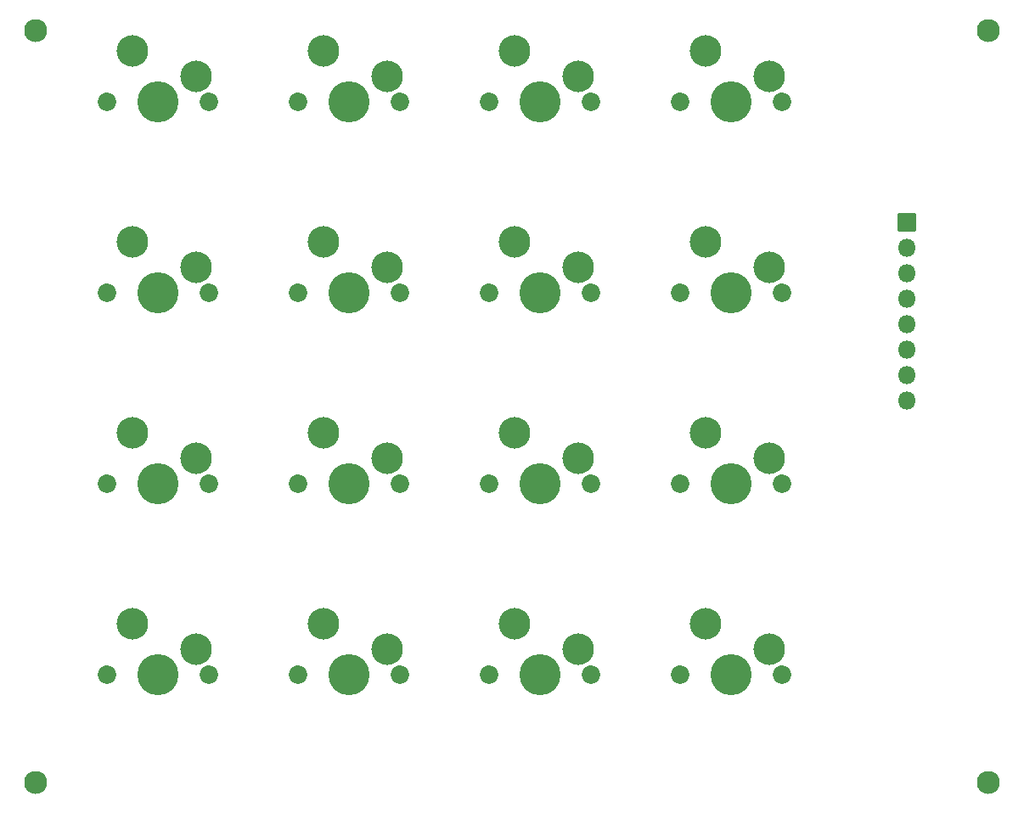
<source format=gbr>
%TF.GenerationSoftware,KiCad,Pcbnew,6.0.7+dfsg-1~bpo11+1*%
%TF.CreationDate,2022-11-02T04:35:51+00:00*%
%TF.ProjectId,MK74HC-16,4d4b3734-4843-42d3-9136-2e6b69636164,rev?*%
%TF.SameCoordinates,Original*%
%TF.FileFunction,Soldermask,Bot*%
%TF.FilePolarity,Negative*%
%FSLAX46Y46*%
G04 Gerber Fmt 4.6, Leading zero omitted, Abs format (unit mm)*
G04 Created by KiCad (PCBNEW 6.0.7+dfsg-1~bpo11+1) date 2022-11-02 04:35:51*
%MOMM*%
%LPD*%
G01*
G04 APERTURE LIST*
G04 Aperture macros list*
%AMRoundRect*
0 Rectangle with rounded corners*
0 $1 Rounding radius*
0 $2 $3 $4 $5 $6 $7 $8 $9 X,Y pos of 4 corners*
0 Add a 4 corners polygon primitive as box body*
4,1,4,$2,$3,$4,$5,$6,$7,$8,$9,$2,$3,0*
0 Add four circle primitives for the rounded corners*
1,1,$1+$1,$2,$3*
1,1,$1+$1,$4,$5*
1,1,$1+$1,$6,$7*
1,1,$1+$1,$8,$9*
0 Add four rect primitives between the rounded corners*
20,1,$1+$1,$2,$3,$4,$5,0*
20,1,$1+$1,$4,$5,$6,$7,0*
20,1,$1+$1,$6,$7,$8,$9,0*
20,1,$1+$1,$8,$9,$2,$3,0*%
G04 Aperture macros list end*
%ADD10C,2.300000*%
%ADD11RoundRect,0.050000X-0.850000X-0.850000X0.850000X-0.850000X0.850000X0.850000X-0.850000X0.850000X0*%
%ADD12O,1.800000X1.800000*%
%ADD13C,3.150000*%
%ADD14C,1.850000*%
%ADD15C,4.100000*%
G04 APERTURE END LIST*
D10*
%TO.C,H2*%
X2500000Y77500000D03*
%TD*%
%TO.C,H1*%
X97500000Y77500000D03*
%TD*%
D11*
%TO.C,J1*%
X89375000Y58375000D03*
D12*
X89375000Y55835000D03*
X89375000Y53295000D03*
X89375000Y50755000D03*
X89375000Y48215000D03*
X89375000Y45675000D03*
X89375000Y43135000D03*
X89375000Y40595000D03*
%TD*%
D10*
%TO.C,H4*%
X2500000Y2500000D03*
%TD*%
%TO.C,H3*%
X97500000Y2500000D03*
%TD*%
D13*
%TO.C,SW7*%
X56562000Y53838000D03*
D14*
X57832000Y51298000D03*
D13*
X50212000Y56378000D03*
D15*
X52752000Y51298000D03*
D14*
X47672000Y51298000D03*
%TD*%
D15*
%TO.C,SW11*%
X52752000Y32248000D03*
D14*
X47672000Y32248000D03*
X57832000Y32248000D03*
D13*
X50212000Y37328000D03*
X56562000Y34788000D03*
%TD*%
%TO.C,SW2*%
X37512000Y72888000D03*
D15*
X33702000Y70348000D03*
D14*
X38782000Y70348000D03*
X28622000Y70348000D03*
D13*
X31162000Y75428000D03*
%TD*%
D14*
%TO.C,SW14*%
X38782000Y13198000D03*
D15*
X33702000Y13198000D03*
D14*
X28622000Y13198000D03*
D13*
X37512000Y15738000D03*
X31162000Y18278000D03*
%TD*%
%TO.C,SW9*%
X18462000Y34788000D03*
D14*
X19732000Y32248000D03*
D15*
X14652000Y32248000D03*
D14*
X9572000Y32248000D03*
D13*
X12112000Y37328000D03*
%TD*%
D14*
%TO.C,SW1*%
X9572000Y70348000D03*
X19732000Y70348000D03*
D13*
X18462000Y72888000D03*
X12112000Y75428000D03*
D15*
X14652000Y70348000D03*
%TD*%
D13*
%TO.C,SW8*%
X69262000Y56378000D03*
X75612000Y53838000D03*
D14*
X66722000Y51298000D03*
X76882000Y51298000D03*
D15*
X71802000Y51298000D03*
%TD*%
%TO.C,SW13*%
X14652000Y13198000D03*
D14*
X9572000Y13198000D03*
D13*
X12112000Y18278000D03*
X18462000Y15738000D03*
D14*
X19732000Y13198000D03*
%TD*%
D13*
%TO.C,SW15*%
X50212000Y18278000D03*
D14*
X47672000Y13198000D03*
D13*
X56562000Y15738000D03*
D14*
X57832000Y13198000D03*
D15*
X52752000Y13198000D03*
%TD*%
D14*
%TO.C,SW6*%
X28622000Y51298000D03*
D15*
X33702000Y51298000D03*
D13*
X31162000Y56378000D03*
X37512000Y53838000D03*
D14*
X38782000Y51298000D03*
%TD*%
D13*
%TO.C,SW4*%
X75612000Y72888000D03*
D14*
X66722000Y70348000D03*
D15*
X71802000Y70348000D03*
D13*
X69262000Y75428000D03*
D14*
X76882000Y70348000D03*
%TD*%
D13*
%TO.C,SW16*%
X69262000Y18278000D03*
D14*
X76882000Y13198000D03*
X66722000Y13198000D03*
D15*
X71802000Y13198000D03*
D13*
X75612000Y15738000D03*
%TD*%
%TO.C,SW10*%
X37512000Y34788000D03*
X31162000Y37328000D03*
D14*
X38782000Y32248000D03*
D15*
X33702000Y32248000D03*
D14*
X28622000Y32248000D03*
%TD*%
%TO.C,SW5*%
X19732000Y51298000D03*
D15*
X14652000Y51298000D03*
D13*
X12112000Y56378000D03*
X18462000Y53838000D03*
D14*
X9572000Y51298000D03*
%TD*%
%TO.C,SW3*%
X57832000Y70348000D03*
D15*
X52752000Y70348000D03*
D14*
X47672000Y70348000D03*
D13*
X50212000Y75428000D03*
X56562000Y72888000D03*
%TD*%
%TO.C,SW12*%
X75612000Y34788000D03*
D14*
X76882000Y32248000D03*
X66722000Y32248000D03*
D15*
X71802000Y32248000D03*
D13*
X69262000Y37328000D03*
%TD*%
M02*

</source>
